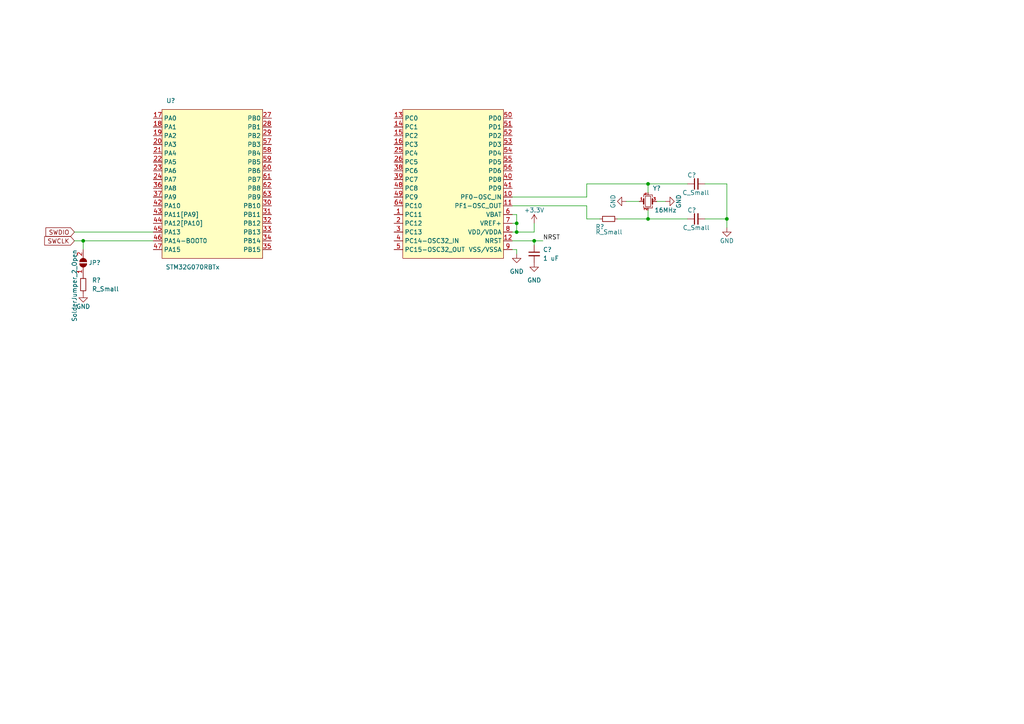
<source format=kicad_sch>
(kicad_sch (version 20211123) (generator eeschema)
  (paper "A4")
  (lib_symbols
    (symbol "Device:C_Small" (pin_numbers hide) (pin_names (offset 0.254) hide)
      (property "Reference" "C" (at 0.254 1.778 0))
      (property "Value" "C_Small" (at 0.254 -2.032 0))
      (symbol "C_Small_0_1"
        (polyline (pts (xy -1.524 -0.508) (xy 1.524 -0.508)) (stroke (width 0.3302)))
        (polyline (pts (xy -1.524 0.508) (xy 1.524 0.508)) (stroke (width 0.3048)))
      )
      (symbol "C_Small_1_1"
        (pin passive line (at 0 2.54 270) (length 2.032) (name "~") (number "1"))
        (pin passive line (at 0 -2.54 90) (length 2.032) (name "~") (number "2"))
      )
    )
    (symbol "Device:Crystal_GND24_Small" (pin_names (offset 1.016) hide)
      (property "Reference" "Y" (at 1.27 4.445 0))
      (property "Value" "Crystal_GND24_Small" (at 1.27 2.54 0))
      (symbol "Crystal_GND24_Small_0_1"
        (rectangle (start -0.762 -1.524) (end 0.762 1.524))
        (polyline (pts (xy -1.27 -0.762) (xy -1.27 0.762)) (stroke (width 0.381)))
        (polyline (pts (xy 1.27 -0.762) (xy 1.27 0.762)) (stroke (width 0.381)))
        (polyline (pts (xy -1.27 -1.27) (xy -1.27 -1.905) (xy 1.27 -1.905) (xy 1.27 -1.27)))
        (polyline (pts (xy -1.27 1.27) (xy -1.27 1.905) (xy 1.27 1.905) (xy 1.27 1.27)))
      )
      (symbol "Crystal_GND24_Small_1_1"
        (pin passive line (at -2.54 0 0) (length 1.27) (name "1") (number "1"))
        (pin passive line (at 0 -2.54 90) (length 0.635) (name "2") (number "2"))
        (pin passive line (at 2.54 0 180) (length 1.27) (name "3") (number "3"))
        (pin passive line (at 0 2.54 270) (length 0.635) (name "4") (number "4"))
      )
    )
    (symbol "Device:R_Small" (pin_numbers hide) (pin_names (offset 0.254) hide)
      (property "Reference" "R" (at 0.762 0.508 0))
      (property "Value" "R_Small" (at 0.762 -1.016 0))
      (symbol "R_Small_0_1"
        (rectangle (start -0.762 1.778) (end 0.762 -1.778) (stroke (width 0.2032)))
      )
      (symbol "R_Small_1_1"
        (pin passive line (at 0 2.54 270) (length 0.762) (name "~") (number "1"))
        (pin passive line (at 0 -2.54 90) (length 0.762) (name "~") (number "2"))
      )
    )
    (symbol "Jumper:SolderJumper_2_Open" (pin_names (offset 0) hide)
      (property "Reference" "JP" (at 0 2.032 0))
      (property "Value" "SolderJumper_2_Open" (at 0 -2.54 0))
      (symbol "SolderJumper_2_Open_0_1"
        (arc (start -0.254 1.016) (mid -1.27 0) (end -0.254 -1.016))
        (arc (start -0.254 1.016) (mid -1.27 0) (end -0.254 -1.016) (fill (type outline)))
        (polyline (pts (xy -0.254 1.016) (xy -0.254 -1.016)))
        (polyline (pts (xy 0.254 1.016) (xy 0.254 -1.016)))
        (arc (start 0.254 -1.016) (mid 1.27 0) (end 0.254 1.016))
        (arc (start 0.254 -1.016) (mid 1.27 0) (end 0.254 1.016) (fill (type outline)))
      )
      (symbol "SolderJumper_2_Open_1_1"
        (pin passive line (at -3.81 0 0) (length 2.54) (name "A") (number "1"))
        (pin passive line (at 3.81 0 180) (length 2.54) (name "B") (number "2"))
      )
    )
    (symbol "STM32G070RBTx:STM32G070RBTx"
      (property "Reference" "U" (at -48.26 22.86 0))
      (property "Value" "STM32G070RBTx" (at -41.91 -25.4 0))
      (symbol "STM32G070RBTx_0_1"
        (rectangle (start -49.53 20.32) (end -20.32 -22.86) (fill (type background)))
        (rectangle (start 20.32 20.32) (end 49.53 -22.86) (fill (type background)))
      )
      (symbol "STM32G070RBTx_1_1"
        (pin bidirectional line (at 17.78 -10.16 0) (length 2.54) (name "PC11") (number "1"))
        (pin bidirectional line (at 52.07 -5.08 180) (length 2.54) (name "PF0-OSC_IN") (number "10"))
        (pin bidirectional line (at 52.07 -7.62 180) (length 2.54) (name "PF1-OSC_OUT") (number "11"))
        (pin bidirectional line (at 52.07 -17.78 180) (length 2.54) (name "NRST") (number "12"))
        (pin bidirectional line (at 17.78 17.78 0) (length 2.54) (name "PC0") (number "13"))
        (pin bidirectional line (at 17.78 15.24 0) (length 2.54) (name "PC1") (number "14"))
        (pin bidirectional line (at 17.78 12.7 0) (length 2.54) (name "PC2") (number "15"))
        (pin bidirectional line (at 17.78 10.16 0) (length 2.54) (name "PC3") (number "16"))
        (pin bidirectional line (at -52.07 17.78 0) (length 2.54) (name "PA0") (number "17"))
        (pin bidirectional line (at -52.07 15.24 0) (length 2.54) (name "PA1") (number "18"))
        (pin bidirectional line (at -52.07 12.7 0) (length 2.54) (name "PA2") (number "19"))
        (pin bidirectional line (at 17.78 -12.7 0) (length 2.54) (name "PC12") (number "2"))
        (pin bidirectional line (at -52.07 10.16 0) (length 2.54) (name "PA3") (number "20"))
        (pin bidirectional line (at -52.07 7.62 0) (length 2.54) (name "PA4") (number "21"))
        (pin bidirectional line (at -52.07 5.08 0) (length 2.54) (name "PA5") (number "22"))
        (pin bidirectional line (at -52.07 2.54 0) (length 2.54) (name "PA6") (number "23"))
        (pin bidirectional line (at -52.07 0 0) (length 2.54) (name "PA7") (number "24"))
        (pin bidirectional line (at 17.78 7.62 0) (length 2.54) (name "PC4") (number "25"))
        (pin bidirectional line (at 17.78 5.08 0) (length 2.54) (name "PC5") (number "26"))
        (pin bidirectional line (at -17.78 17.78 180) (length 2.54) (name "PB0") (number "27"))
        (pin bidirectional line (at -17.78 15.24 180) (length 2.54) (name "PB1") (number "28"))
        (pin bidirectional line (at -17.78 12.7 180) (length 2.54) (name "PB2") (number "29"))
        (pin bidirectional line (at 17.78 -15.24 0) (length 2.54) (name "PC13") (number "3"))
        (pin bidirectional line (at -17.78 -7.62 180) (length 2.54) (name "PB10") (number "30"))
        (pin bidirectional line (at -17.78 -10.16 180) (length 2.54) (name "PB11") (number "31"))
        (pin bidirectional line (at -17.78 -12.7 180) (length 2.54) (name "PB12") (number "32"))
        (pin bidirectional line (at -17.78 -15.24 180) (length 2.54) (name "PB13") (number "33"))
        (pin bidirectional line (at -17.78 -17.78 180) (length 2.54) (name "PB14") (number "34"))
        (pin bidirectional line (at -17.78 -20.32 180) (length 2.54) (name "PB15") (number "35"))
        (pin bidirectional line (at -52.07 -2.54 0) (length 2.54) (name "PA8") (number "36"))
        (pin bidirectional line (at -52.07 -5.08 0) (length 2.54) (name "PA9") (number "37"))
        (pin bidirectional line (at 17.78 2.54 0) (length 2.54) (name "PC6") (number "38"))
        (pin bidirectional line (at 17.78 0 0) (length 2.54) (name "PC7") (number "39"))
        (pin bidirectional line (at 17.78 -17.78 0) (length 2.54) (name "PC14-OSC32_IN") (number "4"))
        (pin bidirectional line (at 52.07 0 180) (length 2.54) (name "PD8") (number "40"))
        (pin bidirectional line (at 52.07 -2.54 180) (length 2.54) (name "PD9") (number "41"))
        (pin bidirectional line (at -52.07 -7.62 0) (length 2.54) (name "PA10") (number "42"))
        (pin bidirectional line (at -52.07 -10.16 0) (length 2.54) (name "PA11[PA9]") (number "43"))
        (pin bidirectional line (at -52.07 -12.7 0) (length 2.54) (name "PA12[PA10]") (number "44"))
        (pin bidirectional line (at -52.07 -15.24 0) (length 2.54) (name "PA13") (number "45"))
        (pin bidirectional line (at -52.07 -17.78 0) (length 2.54) (name "PA14-BOOT0") (number "46"))
        (pin bidirectional line (at -52.07 -20.32 0) (length 2.54) (name "PA15") (number "47"))
        (pin bidirectional line (at 17.78 -2.54 0) (length 2.54) (name "PC8") (number "48"))
        (pin bidirectional line (at 17.78 -5.08 0) (length 2.54) (name "PC9") (number "49"))
        (pin bidirectional line (at 17.78 -20.32 0) (length 2.54) (name "PC15-OSC32_OUT") (number "5"))
        (pin bidirectional line (at 52.07 17.78 180) (length 2.54) (name "PD0") (number "50"))
        (pin bidirectional line (at 52.07 15.24 180) (length 2.54) (name "PD1") (number "51"))
        (pin bidirectional line (at 52.07 12.7 180) (length 2.54) (name "PD2") (number "52"))
        (pin bidirectional line (at 52.07 10.16 180) (length 2.54) (name "PD3") (number "53"))
        (pin bidirectional line (at 52.07 7.62 180) (length 2.54) (name "PD4") (number "54"))
        (pin bidirectional line (at 52.07 5.08 180) (length 2.54) (name "PD5") (number "55"))
        (pin bidirectional line (at 52.07 2.54 180) (length 2.54) (name "PD6") (number "56"))
        (pin bidirectional line (at -17.78 10.16 180) (length 2.54) (name "PB3") (number "57"))
        (pin bidirectional line (at -17.78 7.62 180) (length 2.54) (name "PB4") (number "58"))
        (pin bidirectional line (at -17.78 5.08 180) (length 2.54) (name "PB5") (number "59"))
        (pin power_in line (at 52.07 -10.16 180) (length 2.54) (name "VBAT") (number "6"))
        (pin bidirectional line (at -17.78 2.54 180) (length 2.54) (name "PB6") (number "60"))
        (pin bidirectional line (at -17.78 0 180) (length 2.54) (name "PB7") (number "61"))
        (pin bidirectional line (at -17.78 -2.54 180) (length 2.54) (name "PB8") (number "62"))
        (pin bidirectional line (at -17.78 -5.08 180) (length 2.54) (name "PB9") (number "63"))
        (pin bidirectional line (at 17.78 -7.62 0) (length 2.54) (name "PC10") (number "64"))
        (pin power_in line (at 52.07 -12.7 180) (length 2.54) (name "VREF+") (number "7"))
        (pin power_in line (at 52.07 -15.24 180) (length 2.54) (name "VDD/VDDA") (number "8"))
        (pin power_in line (at 52.07 -20.32 180) (length 2.54) (name "VSS/VSSA") (number "9"))
      )
    )
    (symbol "power:+3.3V" (power) (pin_names (offset 0))
      (property "Value" "+3.3V" (at 0 3.556 0))
      (symbol "+3.3V_0_1"
        (polyline (pts (xy -0.762 1.27) (xy 0 2.54)))
        (polyline (pts (xy 0 0) (xy 0 2.54)))
        (polyline (pts (xy 0 2.54) (xy 0.762 1.27)))
      )
      (symbol "+3.3V_1_1"
        (pin power_in line (at 0 0 90) (length 0) hide (name "+3.3V") (number "1"))
      )
    )
    (symbol "power:GND" (power) (pin_names (offset 0))
      (property "Value" "GND" (at 0 -3.81 0))
      (symbol "GND_0_1"
        (polyline (pts (xy 0 0) (xy 0 -1.27) (xy 1.27 -1.27) (xy 0 -2.54) (xy -1.27 -1.27) (xy 0 -1.27)))
      )
      (symbol "GND_1_1"
        (pin power_in line (at 0 0 270) (length 0) hide (name "GND") (number "1"))
      )
    )
  )
  (junction (at 210.82 63.5))
  (junction (at 187.96 63.5))
  (junction (at 187.96 53.34))
  (junction (at 149.86 67.31))
  (junction (at 24.13 69.85))
  (junction (at 149.86 64.77))
  (junction (at 154.94 69.85))
  (wire (pts (xy 204.47 53.34) (xy 210.82 53.34)))
  (wire (pts (xy 210.82 63.5) (xy 210.82 66.04)))
  (wire (pts (xy 181.61 58.42) (xy 185.42 58.42)))
  (wire (pts (xy 170.18 53.34) (xy 187.96 53.34)))
  (wire (pts (xy 148.59 59.69) (xy 170.18 59.69)))
  (wire (pts (xy 187.96 60.96) (xy 187.96 63.5)))
  (wire (pts (xy 21.59 67.31) (xy 44.45 67.31)))
  (wire (pts (xy 24.13 69.85) (xy 44.45 69.85)))
  (wire (pts (xy 148.59 64.77) (xy 149.86 64.77)))
  (wire (pts (xy 187.96 63.5) (xy 199.39 63.5)))
  (wire (pts (xy 21.59 69.85) (xy 24.13 69.85)))
  (wire (pts (xy 170.18 59.69) (xy 170.18 63.5)))
  (wire (pts (xy 149.86 72.39) (xy 149.86 73.66)))
  (wire (pts (xy 210.82 53.34) (xy 210.82 63.5)))
  (wire (pts (xy 148.59 62.23) (xy 149.86 62.23)))
  (wire (pts (xy 24.13 69.85) (xy 24.13 72.39)))
  (wire (pts (xy 154.94 69.85) (xy 157.48 69.85)))
  (wire (pts (xy 148.59 72.39) (xy 149.86 72.39)))
  (wire (pts (xy 204.47 63.5) (xy 210.82 63.5)))
  (wire (pts (xy 170.18 57.15) (xy 170.18 53.34)))
  (wire (pts (xy 190.5 58.42) (xy 193.04 58.42)))
  (wire (pts (xy 179.07 63.5) (xy 187.96 63.5)))
  (wire (pts (xy 173.99 63.5) (xy 170.18 63.5)))
  (wire (pts (xy 149.86 64.77) (xy 149.86 67.31)))
  (wire (pts (xy 187.96 53.34) (xy 199.39 53.34)))
  (wire (pts (xy 154.94 67.31) (xy 154.94 64.77)))
  (wire (pts (xy 149.86 67.31) (xy 154.94 67.31)))
  (wire (pts (xy 149.86 62.23) (xy 149.86 64.77)))
  (wire (pts (xy 148.59 69.85) (xy 154.94 69.85)))
  (wire (pts (xy 148.59 67.31) (xy 149.86 67.31)))
  (wire (pts (xy 154.94 69.85) (xy 154.94 71.12)))
  (wire (pts (xy 148.59 57.15) (xy 170.18 57.15)))
  (wire (pts (xy 187.96 55.88) (xy 187.96 53.34)))
  (label "NRST" (at 157.48 69.85 0))
  (global_label "SWCLK" (shape input) (at 21.59 69.85 180) (property "Intersheet References" "${INTERSHEET_REFS}" (effects hide)))
  (global_label "SWDIO" (shape input) (at 21.59 67.31 180) (property "Intersheet References" "${INTERSHEET_REFS}" (effects hide)))
  (symbol (lib_id "power:GND") (at 193.04 58.42 90) (unit 1)
    (property "Reference" "#PWR?" (effects hide))
    (property "Value" "GND" (at 196.85 58.42 0))
  )
  (symbol (lib_id "power:GND") (at 154.94 76.2 0) (unit 1)
    (property "Reference" "#PWR?" (effects hide))
    (property "Value" "GND" (at 154.94 81.28 0))
  )
  (symbol (lib_id "Device:R_Small") (at 176.53 63.5 270) (unit 1)
    (property "Reference" "R?" (at 172.72 65.786 90) (effects (justify left)))
    (property "Value" "R_Small" (at 172.72 67.31 90) (effects (justify left)))
    (property "Footprint" "Resistor_SMD:R_0603_1608Metric_Pad0.98x0.95mm_HandSolder" (effects hide))
  )
  (symbol (lib_id "power:GND") (at 181.61 58.42 270) (unit 1)
    (property "Reference" "#PWR?" (effects hide))
    (property "Value" "GND" (at 177.8 58.42 0))
  )
  (symbol (lib_id "power:GND") (at 149.86 73.66 0) (unit 1)
    (property "Reference" "#PWR?" (effects hide))
    (property "Value" "GND" (at 149.86 78.74 0))
  )
  (symbol (lib_id "Device:C_Small") (at 201.93 53.34 90) (unit 1)
    (property "Reference" "C?" (at 201.93 50.8 90) (effects (justify left)))
    (property "Value" "C_Small" (at 205.74 55.88 90) (effects (justify left)))
    (property "Footprint" "Capacitor_SMD:C_0603_1608Metric_Pad1.08x0.95mm_HandSolder" (effects hide))
  )
  (symbol (lib_id "Device:Crystal_GND24_Small") (at 187.96 58.42 0) (unit 1)
    (property "Reference" "Y?" (at 190.5 54.61 0))
    (property "Value" "16MHz" (at 193.04 60.96 0))
    (property "Footprint" "Crystal:Crystal_SMD_EuroQuartz_MT-4Pin_3.2x2.5mm" (effects hide))
  )
  (symbol (lib_id "STM32G070RBTx:STM32G070RBTx") (at 96.52 52.07 0) (unit 1)
    (property "Reference" "U?" (at 49.53 29.21 0))
    (property "Value" "STM32G070RBTx" (at 55.88 77.47 0))
  )
  (symbol (lib_id "power:GND") (at 210.82 66.04 0) (unit 1)
    (property "Reference" "#PWR?" (effects hide))
    (property "Value" "GND" (at 210.82 69.85 0))
  )
  (symbol (lib_id "Device:R_Small") (at 24.13 82.55 180) (unit 1)
    (property "Reference" "R?" (at 26.67 81.2799 0) (effects (justify right)))
    (property "Value" "R_Small" (at 26.67 83.8199 0) (effects (justify right)))
    (property "Footprint" "Resistor_SMD:R_0603_1608Metric_Pad0.98x0.95mm_HandSolder" (effects hide))
  )
  (symbol (lib_id "Device:C_Small") (at 201.93 63.5 90) (unit 1)
    (property "Reference" "C?" (at 200.66 60.96 90))
    (property "Value" "C_Small" (at 201.93 66.04 90))
    (property "Footprint" "Capacitor_SMD:C_0603_1608Metric_Pad1.08x0.95mm_HandSolder" (effects hide))
  )
  (symbol (lib_id "Jumper:SolderJumper_2_Open") (at 24.13 76.2 270) (mirror x) (unit 1)
    (property "Reference" "JP?" (at 29.21 76.2 90) (effects (justify right)))
    (property "Value" "SolderJumper_2_Open" (at 21.59 72.39 0) (effects (justify right)))
  )
  (symbol (lib_id "power:GND") (at 24.13 85.09 0) (unit 1)
    (property "Reference" "#PWR?" (effects hide))
    (property "Value" "GND" (at 24.13 88.9 0))
  )
  (symbol (lib_id "power:+3.3V") (at 154.94 64.77 0) (unit 1)
    (property "Reference" "#PWR?" (effects hide))
    (property "Value" "+3.3V" (at 154.94 60.96 0))
  )
  (symbol (lib_id "Device:C_Small") (at 154.94 73.66 0) (unit 1)
    (property "Reference" "C?" (at 157.48 72.3962 0) (effects (justify left)))
    (property "Value" "1 uF" (at 157.48 74.9362 0) (effects (justify left)))
  )
)
</source>
